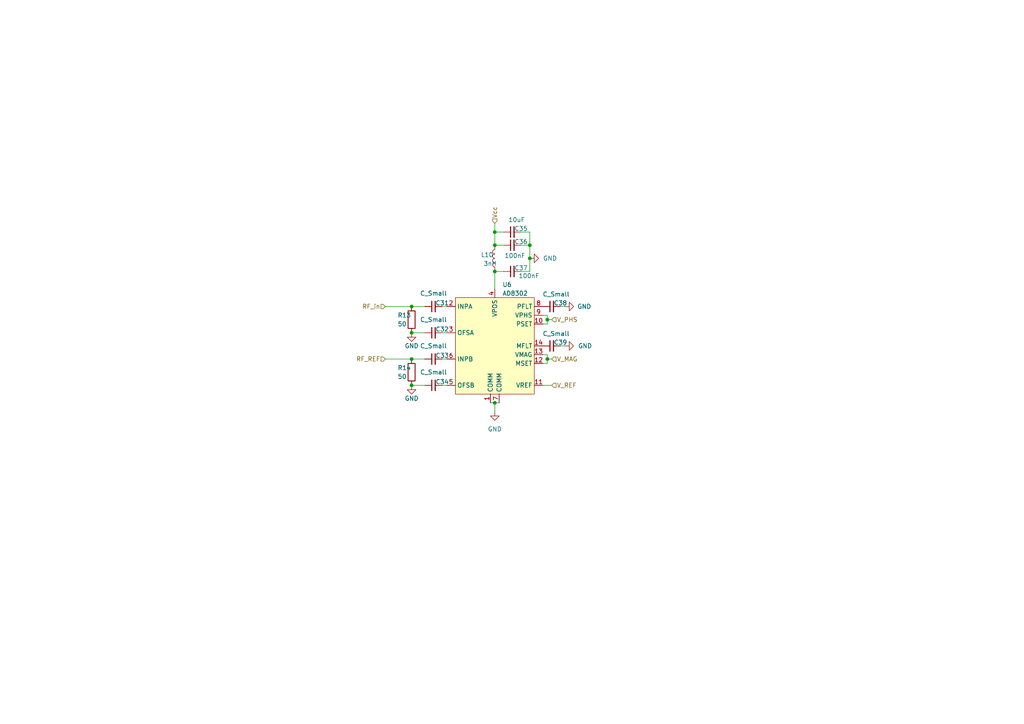
<source format=kicad_sch>
(kicad_sch (version 20231120) (generator "eeschema") (generator_version "8.0")
  (paper "A4")
  (lib_symbols
    (symbol "Device:C_Small" (pin_numbers hide) (pin_names (offset 0.254) hide)
      (property "Reference" "C" (at 0.254 1.778 0))
      (property "Value" "C_Small" (at 0.254 -2.032 0))
      (symbol "C_Small_0_1"
        (polyline (pts (xy -1.524 -0.508) (xy 1.524 -0.508)) (stroke (width 0.3302)))
        (polyline (pts (xy -1.524 0.508) (xy 1.524 0.508)) (stroke (width 0.3048)))
      )
      (symbol "C_Small_1_1"
        (pin passive line (at 0 2.54 270) (length 2.032) (name "~") (number "1"))
        (pin passive line (at 0 -2.54 90) (length 2.032) (name "~") (number "2"))
      )
    )
    (symbol "Device:L" (pin_numbers hide) (pin_names (offset 1.016) hide)
      (property "Reference" "L" (at -1.27 0 90))
      (property "Value" "L" (at 1.905 0 90))
      (symbol "L_0_1"
        (arc (start 0 -2.54) (mid 0.6323 -1.905) (end 0 -1.27))
        (arc (start 0 -1.27) (mid 0.6323 -0.635) (end 0 0))
        (arc (start 0 0) (mid 0.6323 0.635) (end 0 1.27))
        (arc (start 0 1.27) (mid 0.6323 1.905) (end 0 2.54))
      )
      (symbol "L_1_1"
        (pin passive line (at 0 3.81 270) (length 1.27) (name "1") (number "1"))
        (pin passive line (at 0 -3.81 90) (length 1.27) (name "2") (number "2"))
      )
    )
    (symbol "Device:R" (pin_numbers hide) (pin_names (offset 0))
      (property "Reference" "R" (at 2.032 0 90))
      (property "Value" "R" (at 0 0 90))
      (symbol "R_0_1"
        (rectangle (start -1.016 -2.54) (end 1.016 2.54) (stroke (width 0.254)))
      )
      (symbol "R_1_1"
        (pin passive line (at 0 3.81 270) (length 1.27) (name "~") (number "1"))
        (pin passive line (at 0 -3.81 90) (length 1.27) (name "~") (number "2"))
      )
    )
    (symbol "phase-detector:AD8302"
      (property "Reference" "U" (at 0 -0.508 0))
      (property "Value" "AD8302" (at 7.874 13.97 0))
      (symbol "AD8302_1_1"
        (rectangle (start -11.43 13.97) (end 11.43 -13.97) (fill (type background)))
        (pin input line (at -1.27 -16.51 90) (length 2.54) (name "COMM") (number "1"))
        (pin input line (at 13.97 6.35 180) (length 2.54) (name "PSET") (number "10"))
        (pin input line (at 13.97 -11.43 180) (length 2.54) (name "VREF") (number "11"))
        (pin input line (at 13.97 -5.08 180) (length 2.54) (name "MSET") (number "12"))
        (pin input line (at 13.97 -2.54 180) (length 2.54) (name "VMAG") (number "13"))
        (pin input line (at 13.97 0 180) (length 2.54) (name "MFLT") (number "14"))
        (pin input line (at -13.97 11.43 0) (length 2.54) (name "INPA") (number "2"))
        (pin input line (at -13.97 3.81 0) (length 2.54) (name "OFSA") (number "3"))
        (pin input line (at 0 16.51 270) (length 2.54) (name "VPOS") (number "4"))
        (pin input line (at -13.97 -11.43 0) (length 2.54) (name "OFSB") (number "5"))
        (pin input line (at -13.97 -3.81 0) (length 2.54) (name "INPB") (number "6"))
        (pin input line (at 1.27 -16.51 90) (length 2.54) (name "COMM") (number "7"))
        (pin input line (at 13.97 11.43 180) (length 2.54) (name "PFLT") (number "8"))
        (pin input line (at 13.97 8.89 180) (length 2.54) (name "VPHS") (number "9"))
      )
    )
    (symbol "power:GND" (power) (pin_numbers hide) (pin_names (offset 0) hide)
      (property "Value" "GND" (at 0 -3.81 0))
      (symbol "GND_0_1"
        (polyline (pts (xy 0 0) (xy 0 -1.27) (xy 1.27 -1.27) (xy 0 -2.54) (xy -1.27 -1.27) (xy 0 -1.27)))
      )
      (symbol "GND_1_1"
        (pin power_in line (at 0 0 270) (length 0) (name "~") (number "1"))
      )
    )
  )
  (junction (at 119.38 88.9))
  (junction (at 143.51 71.12))
  (junction (at 119.38 111.76))
  (junction (at 158.75 92.71))
  (junction (at 158.75 104.14))
  (junction (at 153.67 74.93))
  (junction (at 143.51 116.84))
  (junction (at 153.67 71.12))
  (junction (at 143.51 78.74))
  (junction (at 119.38 96.52))
  (junction (at 119.38 104.14))
  (junction (at 143.51 67.31))
  (wire (pts (xy 143.51 67.31) (xy 146.05 67.31)))
  (wire (pts (xy 158.75 104.14) (xy 160.02 104.14)))
  (wire (pts (xy 158.75 91.44) (xy 157.48 91.44)))
  (wire (pts (xy 158.75 104.14) (xy 158.75 105.41)))
  (wire (pts (xy 158.75 92.71) (xy 158.75 93.98)))
  (wire (pts (xy 160.02 111.76) (xy 157.48 111.76)))
  (wire (pts (xy 158.75 93.98) (xy 157.48 93.98)))
  (wire (pts (xy 151.13 67.31) (xy 153.67 67.31)))
  (wire (pts (xy 143.51 67.31) (xy 143.51 71.12)))
  (wire (pts (xy 158.75 91.44) (xy 158.75 92.71)))
  (wire (pts (xy 128.27 111.76) (xy 129.54 111.76)))
  (wire (pts (xy 163.83 88.9) (xy 162.56 88.9)))
  (wire (pts (xy 119.38 104.14) (xy 123.19 104.14)))
  (wire (pts (xy 158.75 92.71) (xy 160.02 92.71)))
  (wire (pts (xy 153.67 67.31) (xy 153.67 71.12)))
  (wire (pts (xy 119.38 96.52) (xy 123.19 96.52)))
  (wire (pts (xy 146.05 71.12) (xy 143.51 71.12)))
  (wire (pts (xy 128.27 96.52) (xy 129.54 96.52)))
  (wire (pts (xy 163.83 100.33) (xy 162.56 100.33)))
  (wire (pts (xy 111.76 104.14) (xy 119.38 104.14)))
  (wire (pts (xy 158.75 102.87) (xy 158.75 104.14)))
  (wire (pts (xy 119.38 88.9) (xy 123.19 88.9)))
  (wire (pts (xy 119.38 111.76) (xy 123.19 111.76)))
  (wire (pts (xy 151.13 71.12) (xy 153.67 71.12)))
  (wire (pts (xy 143.51 64.77) (xy 143.51 67.31)))
  (wire (pts (xy 128.27 88.9) (xy 129.54 88.9)))
  (wire (pts (xy 143.51 116.84) (xy 144.78 116.84)))
  (wire (pts (xy 143.51 116.84) (xy 142.24 116.84)))
  (wire (pts (xy 143.51 78.74) (xy 143.51 83.82)))
  (wire (pts (xy 158.75 105.41) (xy 157.48 105.41)))
  (wire (pts (xy 158.75 102.87) (xy 157.48 102.87)))
  (wire (pts (xy 153.67 71.12) (xy 153.67 74.93)))
  (wire (pts (xy 143.51 119.38) (xy 143.51 116.84)))
  (wire (pts (xy 153.67 74.93) (xy 153.67 78.74)))
  (wire (pts (xy 143.51 78.74) (xy 146.05 78.74)))
  (wire (pts (xy 111.76 88.9) (xy 119.38 88.9)))
  (wire (pts (xy 128.27 104.14) (xy 129.54 104.14)))
  (wire (pts (xy 153.67 78.74) (xy 151.13 78.74)))
  (hierarchical_label "RF_in" (shape input) (at 111.76 88.9 180))
  (hierarchical_label "V_REF" (shape input) (at 160.02 111.76 0))
  (hierarchical_label "RF_REF" (shape input) (at 111.76 104.14 180))
  (hierarchical_label "V_MAG" (shape input) (at 160.02 104.14 0))
  (hierarchical_label "V_PHS" (shape input) (at 160.02 92.71 0))
  (hierarchical_label "Vcc" (shape input) (at 143.51 64.77 90))
  (symbol (lib_id "phase-detector:AD8302") (at 143.51 100.33 0) (unit 1)
    (property "Reference" "U6" (at 145.7041 82.55 0) (effects (justify left)))
    (property "Value" "AD8302" (at 145.7041 85.09 0) (effects (justify left)))
    (property "Footprint" "Package_SO:TSSOP-14_4.4x5mm_P0.65mm" (effects (hide yes)))
    (property "Datasheet" "https://www.analog.com/media/en/technical-documentation/data-sheets/AD8302.pdf" (effects (hide yes)))
    (instances (project "phase-detector" (path "" (reference "U6") (unit 1)) (path "" (reference "U4") (unit 1)) (path "" (reference "U10") (unit 1)) (path "" (reference "U11") (unit 1)) (path "" (reference "U8") (unit 1))))
  )
  (symbol (lib_id "Device:C_Small") (at 148.59 78.74 90) (unit 1)
    (property "Reference" "C37" (at 151.13 77.724 90))
    (property "Value" "100nF" (at 153.416 80.01 90))
    (property "Footprint" "Capacitor_SMD:C_0402_1005Metric" (effects (hide yes)))
    (property "Description" "Unpolarized capacitor, small symbol" (effects (hide yes)))
    (instances (project "phase-detector" (path "" (reference "C37") (unit 1)) (path "" (reference "C23") (unit 1)) (path "" (reference "C83") (unit 1)) (path "" (reference "C92") (unit 1)) (path "" (reference "C60") (unit 1))))
  )
  (symbol (lib_id "Device:C_Small") (at 125.73 111.76 90) (unit 1)
    (property "Reference" "C34" (at 128.27 110.744 90))
    (property "Value" "C_Small" (at 125.7363 107.95 90))
    (property "Footprint" "Capacitor_SMD:C_0402_1005Metric" (effects (hide yes)))
    (property "Description" "Unpolarized capacitor, small symbol" (effects (hide yes)))
    (instances (project "phase-detector" (path "" (reference "C34") (unit 1)) (path "" (reference "C20") (unit 1)) (path "" (reference "C80") (unit 1)) (path "" (reference "C89") (unit 1)) (path "" (reference "C57") (unit 1))))
  )
  (symbol (lib_id "power:GND") (at 163.83 100.33 90) (unit 1)
    (property "Reference" "#PWR065" (effects (hide yes)))
    (property "Value" "GND" (at 167.64 100.3299 90) (effects (justify right)))
    (property "Description" "Power symbol creates a global label with name \"GND\" , ground" (effects (hide yes)))
    (instances (project "phase-detector" (path "" (reference "#PWR065") (unit 1)) (path "" (reference "#PWR052") (unit 1)) (path "" (reference "#PWR0105") (unit 1)) (path "" (reference "#PWR0111") (unit 1)) (path "" (reference "#PWR085") (unit 1))))
  )
  (symbol (lib_id "Device:C_Small") (at 125.73 104.14 90) (unit 1)
    (property "Reference" "C33" (at 128.27 103.124 90))
    (property "Value" "C_Small" (at 125.7363 100.33 90))
    (property "Footprint" "Capacitor_SMD:C_0402_1005Metric" (effects (hide yes)))
    (property "Description" "Unpolarized capacitor, small symbol" (effects (hide yes)))
    (instances (project "phase-detector" (path "" (reference "C33") (unit 1)) (path "" (reference "C19") (unit 1)) (path "" (reference "C79") (unit 1)) (path "" (reference "C88") (unit 1)) (path "" (reference "C56") (unit 1))))
  )
  (symbol (lib_id "Device:C_Small") (at 148.59 71.12 90) (unit 1)
    (property "Reference" "C36" (at 151.13 70.104 90))
    (property "Value" "100nF" (at 149.352 74.168 90))
    (property "Footprint" "Capacitor_SMD:C_0402_1005Metric" (effects (hide yes)))
    (property "Description" "Unpolarized capacitor, small symbol" (effects (hide yes)))
    (instances (project "phase-detector" (path "" (reference "C36") (unit 1)) (path "" (reference "C22") (unit 1)) (path "" (reference "C82") (unit 1)) (path "" (reference "C91") (unit 1)) (path "" (reference "C59") (unit 1))))
  )
  (symbol (lib_id "Device:R") (at 119.38 107.95 0) (unit 1)
    (property "Reference" "R14" (at 115.316 106.68 0) (effects (justify left)))
    (property "Value" "50" (at 115.316 109.22 0) (effects (justify left)))
    (property "Footprint" "Resistor_SMD:R_0402_1005Metric" (effects (hide yes)))
    (property "Description" "Resistor" (effects (hide yes)))
    (instances (project "phase-detector" (path "" (reference "R14") (unit 1)) (path "" (reference "R11") (unit 1)) (path "" (reference "R26") (unit 1)) (path "" (reference "R28") (unit 1)) (path "" (reference "R20") (unit 1))))
  )
  (symbol (lib_id "power:GND") (at 163.83 88.9 90) (unit 1)
    (property "Reference" "#PWR064" (effects (hide yes)))
    (property "Value" "GND" (at 167.4157 88.8999 90) (effects (justify right)))
    (property "Description" "Power symbol creates a global label with name \"GND\" , ground" (effects (hide yes)))
    (instances (project "phase-detector" (path "" (reference "#PWR064") (unit 1)) (path "" (reference "#PWR051") (unit 1)) (path "" (reference "#PWR0104") (unit 1)) (path "" (reference "#PWR0110") (unit 1)) (path "" (reference "#PWR084") (unit 1))))
  )
  (symbol (lib_id "Device:C_Small") (at 160.02 88.9 90) (unit 1)
    (property "Reference" "C38" (at 162.56 87.884 90))
    (property "Value" "C_Small" (at 161.29 85.344 90))
    (property "Footprint" "Capacitor_SMD:C_0402_1005Metric" (effects (hide yes)))
    (property "Description" "Unpolarized capacitor, small symbol" (effects (hide yes)))
    (instances (project "phase-detector" (path "" (reference "C38") (unit 1)) (path "" (reference "C24") (unit 1)) (path "" (reference "C84") (unit 1)) (path "" (reference "C93") (unit 1)) (path "" (reference "C61") (unit 1))))
  )
  (symbol (lib_id "Device:L") (at 143.51 74.93 180) (unit 1)
    (property "Reference" "L10" (at 139.446 73.914 0) (effects (justify right)))
    (property "Value" "3nH" (at 140.208 76.454 0) (effects (justify right)))
    (property "Footprint" "Inductor_SMD:L_0402_1005Metric" (effects (hide yes)))
    (property "Description" "Inductor" (effects (hide yes)))
    (instances (project "phase-detector" (path "" (reference "L10") (unit 1)) (path "" (reference "L9") (unit 1)) (path "" (reference "L28") (unit 1)) (path "" (reference "L29") (unit 1)) (path "" (reference "L19") (unit 1))))
  )
  (symbol (lib_id "power:GND") (at 119.38 111.76 0) (unit 1)
    (property "Reference" "#PWR061" (effects (hide yes)))
    (property "Value" "GND" (at 117.348 115.57 0) (effects (justify left)))
    (property "Description" "Power symbol creates a global label with name \"GND\" , ground" (effects (hide yes)))
    (instances (project "phase-detector" (path "" (reference "#PWR061") (unit 1)) (path "" (reference "#PWR048") (unit 1)) (path "" (reference "#PWR0101") (unit 1)) (path "" (reference "#PWR0107") (unit 1)) (path "" (reference "#PWR081") (unit 1))))
  )
  (symbol (lib_id "Device:C_Small") (at 160.02 100.33 90) (unit 1)
    (property "Reference" "C39" (at 162.56 99.314 90))
    (property "Value" "C_Small" (at 161.29 96.774 90))
    (property "Footprint" "Capacitor_SMD:C_0402_1005Metric" (effects (hide yes)))
    (property "Description" "Unpolarized capacitor, small symbol" (effects (hide yes)))
    (instances (project "phase-detector" (path "" (reference "C39") (unit 1)) (path "" (reference "C25") (unit 1)) (path "" (reference "C85") (unit 1)) (path "" (reference "C94") (unit 1)) (path "" (reference "C62") (unit 1))))
  )
  (symbol (lib_id "power:GND") (at 143.51 119.38 0) (unit 1)
    (property "Reference" "#PWR062" (effects (hide yes)))
    (property "Value" "GND" (at 143.51 124.46 0))
    (property "Description" "Power symbol creates a global label with name \"GND\" , ground" (effects (hide yes)))
    (instances (project "phase-detector" (path "" (reference "#PWR062") (unit 1)) (path "" (reference "#PWR049") (unit 1)) (path "" (reference "#PWR0102") (unit 1)) (path "" (reference "#PWR0108") (unit 1)) (path "" (reference "#PWR082") (unit 1))))
  )
  (symbol (lib_id "Device:R") (at 119.38 92.71 0) (unit 1)
    (property "Reference" "R13" (at 115.316 91.44 0) (effects (justify left)))
    (property "Value" "50" (at 115.316 93.98 0) (effects (justify left)))
    (property "Footprint" "Resistor_SMD:R_0402_1005Metric" (effects (hide yes)))
    (property "Description" "Resistor" (effects (hide yes)))
    (instances (project "phase-detector" (path "" (reference "R13") (unit 1)) (path "" (reference "R10") (unit 1)) (path "" (reference "R25") (unit 1)) (path "" (reference "R27") (unit 1)) (path "" (reference "R19") (unit 1))))
  )
  (symbol (lib_id "power:GND") (at 153.67 74.93 90) (unit 1)
    (property "Reference" "#PWR063" (effects (hide yes)))
    (property "Value" "GND" (at 157.48 74.9299 90) (effects (justify right)))
    (property "Description" "Power symbol creates a global label with name \"GND\" , ground" (effects (hide yes)))
    (instances (project "phase-detector" (path "" (reference "#PWR063") (unit 1)) (path "" (reference "#PWR050") (unit 1)) (path "" (reference "#PWR0103") (unit 1)) (path "" (reference "#PWR0109") (unit 1)) (path "" (reference "#PWR083") (unit 1))))
  )
  (symbol (lib_id "Device:C_Small") (at 125.73 96.52 90) (unit 1)
    (property "Reference" "C32" (at 128.27 95.504 90))
    (property "Value" "C_Small" (at 125.7363 92.71 90))
    (property "Footprint" "Capacitor_SMD:C_0402_1005Metric" (effects (hide yes)))
    (property "Description" "Unpolarized capacitor, small symbol" (effects (hide yes)))
    (instances (project "phase-detector" (path "" (reference "C32") (unit 1)) (path "" (reference "C18") (unit 1)) (path "" (reference "C78") (unit 1)) (path "" (reference "C87") (unit 1)) (path "" (reference "C55") (unit 1))))
  )
  (symbol (lib_id "power:GND") (at 119.38 96.52 0) (unit 1)
    (property "Reference" "#PWR060" (effects (hide yes)))
    (property "Value" "GND" (at 117.348 100.33 0) (effects (justify left)))
    (property "Description" "Power symbol creates a global label with name \"GND\" , ground" (effects (hide yes)))
    (instances (project "phase-detector" (path "" (reference "#PWR060") (unit 1)) (path "" (reference "#PWR047") (unit 1)) (path "" (reference "#PWR0100") (unit 1)) (path "" (reference "#PWR0106") (unit 1)) (path "" (reference "#PWR080") (unit 1))))
  )
  (symbol (lib_id "Device:C_Small") (at 125.73 88.9 90) (unit 1)
    (property "Reference" "C31" (at 128.27 87.884 90))
    (property "Value" "C_Small" (at 125.7363 85.09 90))
    (property "Footprint" "Capacitor_SMD:C_0402_1005Metric" (effects (hide yes)))
    (property "Description" "Unpolarized capacitor, small symbol" (effects (hide yes)))
    (instances (project "phase-detector" (path "" (reference "C31") (unit 1)) (path "" (reference "C17") (unit 1)) (path "" (reference "C77") (unit 1)) (path "" (reference "C86") (unit 1)) (path "" (reference "C54") (unit 1))))
  )
  (symbol (lib_id "Device:C_Small") (at 148.59 67.31 90) (unit 1)
    (property "Reference" "C35" (at 151.13 66.294 90))
    (property "Value" "10uF" (at 149.86 63.754 90))
    (property "Footprint" "Capacitor_SMD:C_0402_1005Metric" (effects (hide yes)))
    (property "Description" "Unpolarized capacitor, small symbol" (effects (hide yes)))
    (instances (project "phase-detector" (path "" (reference "C35") (unit 1)) (path "" (reference "C21") (unit 1)) (path "" (reference "C81") (unit 1)) (path "" (reference "C90") (unit 1)) (path "" (reference "C58") (unit 1))))
  )
)
</source>
